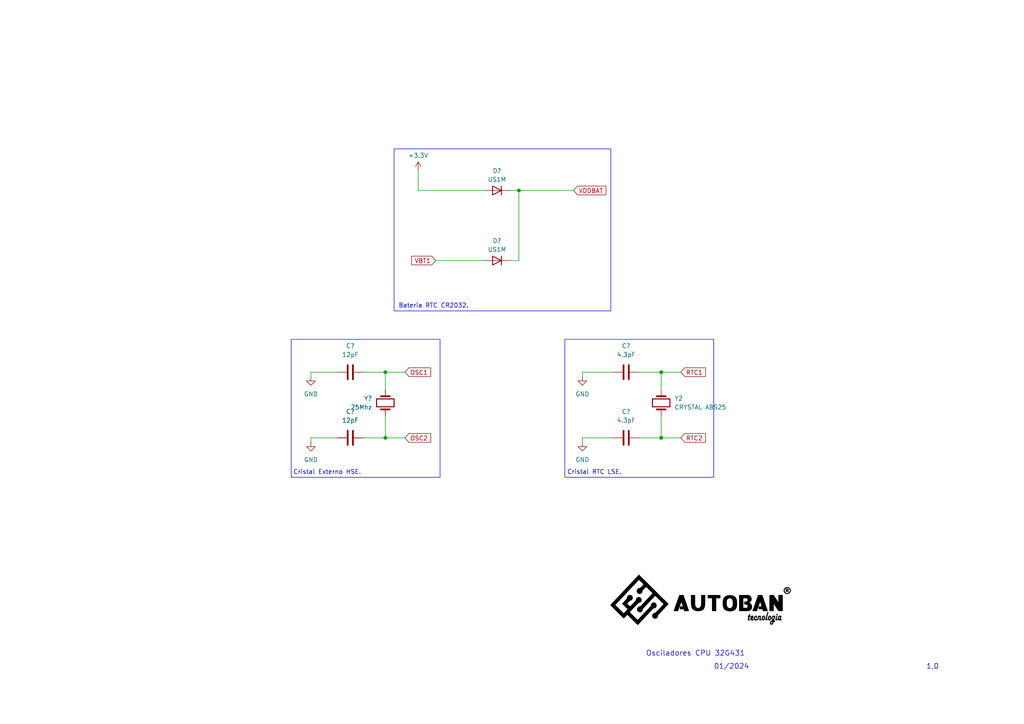
<source format=kicad_sch>
(kicad_sch (version 20230121) (generator eeschema)

  (uuid 72b389e7-98e7-4fdb-995e-af4c6ce73fc8)

  (paper "A4")

  (lib_symbols
    (symbol "Autoban:CRYSTAL ABS25" (pin_numbers hide) (pin_names (offset 1.016) hide) (in_bom yes) (on_board yes)
      (property "Reference" "Y" (at 0 3.81 0)
        (effects (font (size 1.27 1.27)))
      )
      (property "Value" "CRYSTAL ABS25" (at 0 -3.81 0)
        (effects (font (size 1.27 1.27)))
      )
      (property "Footprint" "Autoban:Crystal_SMD_Abracon_ABS25 Vertical" (at 0 0 0)
        (effects (font (size 1.27 1.27)) hide)
      )
      (property "Datasheet" "~" (at 0 0 0)
        (effects (font (size 1.27 1.27)) hide)
      )
      (property "ki_keywords" "quartz ceramic resonator oscillator" (at 0 0 0)
        (effects (font (size 1.27 1.27)) hide)
      )
      (property "ki_description" "Two pin crystal" (at 0 0 0)
        (effects (font (size 1.27 1.27)) hide)
      )
      (property "ki_fp_filters" "Crystal*" (at 0 0 0)
        (effects (font (size 1.27 1.27)) hide)
      )
      (symbol "CRYSTAL ABS25_0_1"
        (rectangle (start -1.143 2.54) (end 1.143 -2.54)
          (stroke (width 0.3048) (type default))
          (fill (type none))
        )
        (polyline
          (pts
            (xy -2.54 0)
            (xy -1.905 0)
          )
          (stroke (width 0) (type default))
          (fill (type none))
        )
        (polyline
          (pts
            (xy -1.905 -1.27)
            (xy -1.905 1.27)
          )
          (stroke (width 0.508) (type default))
          (fill (type none))
        )
        (polyline
          (pts
            (xy 1.905 -1.27)
            (xy 1.905 1.27)
          )
          (stroke (width 0.508) (type default))
          (fill (type none))
        )
        (polyline
          (pts
            (xy 2.54 0)
            (xy 1.905 0)
          )
          (stroke (width 0) (type default))
          (fill (type none))
        )
      )
      (symbol "CRYSTAL ABS25_1_1"
        (pin passive line (at -3.81 0 0) (length 1.27)
          (name "1" (effects (font (size 1.27 1.27))))
          (number "1" (effects (font (size 1.27 1.27))))
        )
        (pin passive line (at 3.81 0 180) (length 1.27)
          (name "2" (effects (font (size 1.27 1.27))))
          (number "2" (effects (font (size 1.27 1.27))))
        )
      )
    )
    (symbol "Device:Crystal" (pin_numbers hide) (pin_names (offset 1.016) hide) (in_bom yes) (on_board yes)
      (property "Reference" "Y" (at 0 3.81 0)
        (effects (font (size 1.27 1.27)))
      )
      (property "Value" "Crystal" (at 0 -3.81 0)
        (effects (font (size 1.27 1.27)))
      )
      (property "Footprint" "" (at 0 0 0)
        (effects (font (size 1.27 1.27)) hide)
      )
      (property "Datasheet" "~" (at 0 0 0)
        (effects (font (size 1.27 1.27)) hide)
      )
      (property "ki_keywords" "quartz ceramic resonator oscillator" (at 0 0 0)
        (effects (font (size 1.27 1.27)) hide)
      )
      (property "ki_description" "Two pin crystal" (at 0 0 0)
        (effects (font (size 1.27 1.27)) hide)
      )
      (property "ki_fp_filters" "Crystal*" (at 0 0 0)
        (effects (font (size 1.27 1.27)) hide)
      )
      (symbol "Crystal_0_1"
        (rectangle (start -1.143 2.54) (end 1.143 -2.54)
          (stroke (width 0.3048) (type default))
          (fill (type none))
        )
        (polyline
          (pts
            (xy -2.54 0)
            (xy -1.905 0)
          )
          (stroke (width 0) (type default))
          (fill (type none))
        )
        (polyline
          (pts
            (xy -1.905 -1.27)
            (xy -1.905 1.27)
          )
          (stroke (width 0.508) (type default))
          (fill (type none))
        )
        (polyline
          (pts
            (xy 1.905 -1.27)
            (xy 1.905 1.27)
          )
          (stroke (width 0.508) (type default))
          (fill (type none))
        )
        (polyline
          (pts
            (xy 2.54 0)
            (xy 1.905 0)
          )
          (stroke (width 0) (type default))
          (fill (type none))
        )
      )
      (symbol "Crystal_1_1"
        (pin passive line (at -3.81 0 0) (length 1.27)
          (name "1" (effects (font (size 1.27 1.27))))
          (number "1" (effects (font (size 1.27 1.27))))
        )
        (pin passive line (at 3.81 0 180) (length 1.27)
          (name "2" (effects (font (size 1.27 1.27))))
          (number "2" (effects (font (size 1.27 1.27))))
        )
      )
    )
    (symbol "Diode:US1M" (pin_numbers hide) (pin_names hide) (in_bom yes) (on_board yes)
      (property "Reference" "D" (at 0 2.54 0)
        (effects (font (size 1.27 1.27)))
      )
      (property "Value" "US1M" (at 0 -2.54 0)
        (effects (font (size 1.27 1.27)))
      )
      (property "Footprint" "Diode_SMD:D_SMA" (at 0 -4.445 0)
        (effects (font (size 1.27 1.27)) hide)
      )
      (property "Datasheet" "https://www.diodes.com/assets/Datasheets/ds16008.pdf" (at 0 0 0)
        (effects (font (size 1.27 1.27)) hide)
      )
      (property "Sim.Device" "D" (at 0 0 0)
        (effects (font (size 1.27 1.27)) hide)
      )
      (property "Sim.Pins" "1=K 2=A" (at 0 0 0)
        (effects (font (size 1.27 1.27)) hide)
      )
      (property "ki_keywords" "Ultra Fast" (at 0 0 0)
        (effects (font (size 1.27 1.27)) hide)
      )
      (property "ki_description" "1000V, 1A, General Purpose Rectifier Diode, SMA(DO-214AC)" (at 0 0 0)
        (effects (font (size 1.27 1.27)) hide)
      )
      (property "ki_fp_filters" "D*SMA*" (at 0 0 0)
        (effects (font (size 1.27 1.27)) hide)
      )
      (symbol "US1M_0_1"
        (polyline
          (pts
            (xy -1.27 1.27)
            (xy -1.27 -1.27)
          )
          (stroke (width 0.254) (type default))
          (fill (type none))
        )
        (polyline
          (pts
            (xy 1.27 0)
            (xy -1.27 0)
          )
          (stroke (width 0) (type default))
          (fill (type none))
        )
        (polyline
          (pts
            (xy 1.27 1.27)
            (xy 1.27 -1.27)
            (xy -1.27 0)
            (xy 1.27 1.27)
          )
          (stroke (width 0.254) (type default))
          (fill (type none))
        )
      )
      (symbol "US1M_1_1"
        (pin passive line (at -3.81 0 0) (length 2.54)
          (name "K" (effects (font (size 1.27 1.27))))
          (number "1" (effects (font (size 1.27 1.27))))
        )
        (pin passive line (at 3.81 0 180) (length 2.54)
          (name "A" (effects (font (size 1.27 1.27))))
          (number "2" (effects (font (size 1.27 1.27))))
        )
      )
    )
    (symbol "PCM_Capacitor_AKL:C_0805" (pin_numbers hide) (pin_names (offset 0.254)) (in_bom yes) (on_board yes)
      (property "Reference" "C" (at 0.635 2.54 0)
        (effects (font (size 1.27 1.27)) (justify left))
      )
      (property "Value" "C_0805" (at 0.635 -2.54 0)
        (effects (font (size 1.27 1.27)) (justify left))
      )
      (property "Footprint" "Capacitor_SMD_AKL:C_0805_2012Metric" (at 0.9652 -3.81 0)
        (effects (font (size 1.27 1.27)) hide)
      )
      (property "Datasheet" "~" (at 0 0 0)
        (effects (font (size 1.27 1.27)) hide)
      )
      (property "ki_keywords" "cap capacitor ceramic chip mlcc smd 0805" (at 0 0 0)
        (effects (font (size 1.27 1.27)) hide)
      )
      (property "ki_description" "SMD 0805 MLCC capacitor, Alternate KiCad Library" (at 0 0 0)
        (effects (font (size 1.27 1.27)) hide)
      )
      (property "ki_fp_filters" "C_*" (at 0 0 0)
        (effects (font (size 1.27 1.27)) hide)
      )
      (symbol "C_0805_0_1"
        (polyline
          (pts
            (xy -2.032 -0.762)
            (xy 2.032 -0.762)
          )
          (stroke (width 0.508) (type default))
          (fill (type none))
        )
        (polyline
          (pts
            (xy -2.032 0.762)
            (xy 2.032 0.762)
          )
          (stroke (width 0.508) (type default))
          (fill (type none))
        )
      )
      (symbol "C_0805_1_1"
        (pin passive line (at 0 3.81 270) (length 2.794)
          (name "~" (effects (font (size 1.27 1.27))))
          (number "1" (effects (font (size 1.27 1.27))))
        )
        (pin passive line (at 0 -3.81 90) (length 2.794)
          (name "~" (effects (font (size 1.27 1.27))))
          (number "2" (effects (font (size 1.27 1.27))))
        )
      )
    )
    (symbol "power:+3.3V" (power) (pin_names (offset 0)) (in_bom yes) (on_board yes)
      (property "Reference" "#PWR" (at 0 -3.81 0)
        (effects (font (size 1.27 1.27)) hide)
      )
      (property "Value" "+3.3V" (at 0 3.556 0)
        (effects (font (size 1.27 1.27)))
      )
      (property "Footprint" "" (at 0 0 0)
        (effects (font (size 1.27 1.27)) hide)
      )
      (property "Datasheet" "" (at 0 0 0)
        (effects (font (size 1.27 1.27)) hide)
      )
      (property "ki_keywords" "global power" (at 0 0 0)
        (effects (font (size 1.27 1.27)) hide)
      )
      (property "ki_description" "Power symbol creates a global label with name \"+3.3V\"" (at 0 0 0)
        (effects (font (size 1.27 1.27)) hide)
      )
      (symbol "+3.3V_0_1"
        (polyline
          (pts
            (xy -0.762 1.27)
            (xy 0 2.54)
          )
          (stroke (width 0) (type default))
          (fill (type none))
        )
        (polyline
          (pts
            (xy 0 0)
            (xy 0 2.54)
          )
          (stroke (width 0) (type default))
          (fill (type none))
        )
        (polyline
          (pts
            (xy 0 2.54)
            (xy 0.762 1.27)
          )
          (stroke (width 0) (type default))
          (fill (type none))
        )
      )
      (symbol "+3.3V_1_1"
        (pin power_in line (at 0 0 90) (length 0) hide
          (name "+3.3V" (effects (font (size 1.27 1.27))))
          (number "1" (effects (font (size 1.27 1.27))))
        )
      )
    )
    (symbol "power:GND" (power) (pin_names (offset 0)) (in_bom yes) (on_board yes)
      (property "Reference" "#PWR" (at 0 -6.35 0)
        (effects (font (size 1.27 1.27)) hide)
      )
      (property "Value" "GND" (at 0 -3.81 0)
        (effects (font (size 1.27 1.27)))
      )
      (property "Footprint" "" (at 0 0 0)
        (effects (font (size 1.27 1.27)) hide)
      )
      (property "Datasheet" "" (at 0 0 0)
        (effects (font (size 1.27 1.27)) hide)
      )
      (property "ki_keywords" "global power" (at 0 0 0)
        (effects (font (size 1.27 1.27)) hide)
      )
      (property "ki_description" "Power symbol creates a global label with name \"GND\" , ground" (at 0 0 0)
        (effects (font (size 1.27 1.27)) hide)
      )
      (symbol "GND_0_1"
        (polyline
          (pts
            (xy 0 0)
            (xy 0 -1.27)
            (xy 1.27 -1.27)
            (xy 0 -2.54)
            (xy -1.27 -1.27)
            (xy 0 -1.27)
          )
          (stroke (width 0) (type default))
          (fill (type none))
        )
      )
      (symbol "GND_1_1"
        (pin power_in line (at 0 0 270) (length 0) hide
          (name "GND" (effects (font (size 1.27 1.27))))
          (number "1" (effects (font (size 1.27 1.27))))
        )
      )
    )
  )

  (junction (at 111.76 127) (diameter 0) (color 0 0 0 0)
    (uuid 4f55d051-d23b-475d-aeb1-c3c6c92410db)
  )
  (junction (at 150.495 55.245) (diameter 0) (color 0 0 0 0)
    (uuid 66fab94d-43c7-4d91-b550-6b469cb79c4b)
  )
  (junction (at 191.77 107.95) (diameter 0) (color 0 0 0 0)
    (uuid 76e1f57f-4f9b-4d38-878e-bf397d4c6bb8)
  )
  (junction (at 191.77 127) (diameter 0) (color 0 0 0 0)
    (uuid bffc2847-5b29-4085-bea3-8886930fb05a)
  )
  (junction (at 111.76 107.95) (diameter 0) (color 0 0 0 0)
    (uuid c81643bb-df66-4705-8ae7-33c6b2c5ea1b)
  )

  (wire (pts (xy 111.76 127) (xy 105.41 127))
    (stroke (width 0) (type default))
    (uuid 004e6aea-9929-4c15-9fc9-8bd623a4d045)
  )
  (wire (pts (xy 197.485 127) (xy 191.77 127))
    (stroke (width 0) (type default))
    (uuid 053a0ddb-4319-4175-8d13-6886d8d2896f)
  )
  (wire (pts (xy 168.91 107.95) (xy 168.91 109.22))
    (stroke (width 0) (type default))
    (uuid 0aee8ae4-9b3d-4f15-95f0-b814dc2169f2)
  )
  (wire (pts (xy 111.76 107.95) (xy 105.41 107.95))
    (stroke (width 0) (type default))
    (uuid 1bf52c62-adb6-4f60-8fec-7c47be8cb49a)
  )
  (wire (pts (xy 147.955 75.565) (xy 150.495 75.565))
    (stroke (width 0) (type default))
    (uuid 1e5f6210-797d-4222-a677-56a6fccdad93)
  )
  (wire (pts (xy 191.77 113.03) (xy 191.77 107.95))
    (stroke (width 0) (type default))
    (uuid 21d04ed6-d55a-43c3-9db0-6bd8c888d892)
  )
  (wire (pts (xy 191.77 127) (xy 185.42 127))
    (stroke (width 0) (type default))
    (uuid 3b5afc84-6e75-4a5b-8d8e-92184ec21ae5)
  )
  (wire (pts (xy 117.475 107.95) (xy 111.76 107.95))
    (stroke (width 0) (type default))
    (uuid 418f7a48-e6bb-4b63-91b9-75740948be2d)
  )
  (wire (pts (xy 121.285 55.245) (xy 140.335 55.245))
    (stroke (width 0) (type default))
    (uuid 44f7eb17-326e-4b87-97f4-45f50978aa00)
  )
  (wire (pts (xy 191.77 107.95) (xy 185.42 107.95))
    (stroke (width 0) (type default))
    (uuid 4a30b60a-dbab-4e4a-9280-80b3dba6af6c)
  )
  (wire (pts (xy 97.79 127) (xy 90.17 127))
    (stroke (width 0) (type default))
    (uuid 504dc2f3-e5ff-4e83-bacd-774295b59279)
  )
  (wire (pts (xy 197.485 107.95) (xy 191.77 107.95))
    (stroke (width 0) (type default))
    (uuid 53544086-6db1-4661-8632-48795ce297b3)
  )
  (wire (pts (xy 111.76 120.65) (xy 111.76 127))
    (stroke (width 0) (type default))
    (uuid 75923918-98f3-4fc6-9964-f16c24740391)
  )
  (wire (pts (xy 90.17 107.95) (xy 90.17 109.22))
    (stroke (width 0) (type default))
    (uuid 87af8f55-3a2a-4a11-8d99-45909a67864c)
  )
  (wire (pts (xy 191.77 120.65) (xy 191.77 127))
    (stroke (width 0) (type default))
    (uuid 9bdf58cf-febe-4f4f-81fd-c4af3472c0b5)
  )
  (wire (pts (xy 150.495 75.565) (xy 150.495 55.245))
    (stroke (width 0) (type default))
    (uuid bb0ebe45-bdbb-4d38-8731-5ebf93336764)
  )
  (wire (pts (xy 177.8 127) (xy 168.91 127))
    (stroke (width 0) (type default))
    (uuid bcef580f-df8e-4322-b18c-c0779b71d7b9)
  )
  (wire (pts (xy 97.79 107.95) (xy 90.17 107.95))
    (stroke (width 0) (type default))
    (uuid c1b19293-1b8d-4003-b5ce-cea602361b0a)
  )
  (wire (pts (xy 111.76 113.03) (xy 111.76 107.95))
    (stroke (width 0) (type default))
    (uuid c4feb6f9-b33d-427e-825a-aad428f6c945)
  )
  (wire (pts (xy 121.285 49.53) (xy 121.285 55.245))
    (stroke (width 0) (type default))
    (uuid cc661705-0ca7-4c2a-98c9-092e97296ad5)
  )
  (wire (pts (xy 168.91 127) (xy 168.91 128.27))
    (stroke (width 0) (type default))
    (uuid d3e539e6-9eb2-4c98-a6bc-6ede6ea0b4f6)
  )
  (wire (pts (xy 150.495 55.245) (xy 166.37 55.245))
    (stroke (width 0) (type default))
    (uuid d4bd91a9-7c45-4eca-929e-163136d8d011)
  )
  (wire (pts (xy 117.475 127) (xy 111.76 127))
    (stroke (width 0) (type default))
    (uuid d55c1105-5952-48da-bfa7-eaef560b2e73)
  )
  (wire (pts (xy 147.955 55.245) (xy 150.495 55.245))
    (stroke (width 0) (type default))
    (uuid d86696a0-7706-4e67-8d1e-38776bc1f71e)
  )
  (wire (pts (xy 126.365 75.565) (xy 140.335 75.565))
    (stroke (width 0) (type default))
    (uuid ea2e532d-a70f-4684-b79c-d1d9d8d2442a)
  )
  (wire (pts (xy 90.17 127) (xy 90.17 128.27))
    (stroke (width 0) (type default))
    (uuid fd568f47-8cd3-4308-8d04-c3ce10cb8b14)
  )
  (wire (pts (xy 177.8 107.95) (xy 168.91 107.95))
    (stroke (width 0) (type default))
    (uuid fec62a5f-9963-479c-86e4-7d41aeb6edf4)
  )

  (rectangle (start 84.455 98.425) (end 127.635 138.43)
    (stroke (width 0) (type default))
    (fill (type none))
    (uuid 059afa9d-e5ec-4a06-9063-15183dcc0646)
  )
  (rectangle (start 114.3 43.18) (end 177.165 90.17)
    (stroke (width 0) (type default))
    (fill (type none))
    (uuid 929938e4-cfbb-498a-9e10-7ccfdfcdad25)
  )
  (rectangle (start 163.83 98.425) (end 207.01 138.43)
    (stroke (width 0) (type default))
    (fill (type none))
    (uuid a293beee-0c94-4206-8cb0-d06a340a276f)
  )

  (image (at 203.2 173.99) (scale 0.453205)
    (uuid ae042d9c-a901-4f32-a3c6-e7957866cd5c)
    (data
      iVBORw0KGgoAAAANSUhEUgAABWAAAAGGCAMAAADCe9hjAAAAA3NCSVQICAjb4U/gAAAABlBMVEX/
      //8AAABVwtN+AAAACXBIWXMAAA50AAAOdAFrJLPWAAAgAElEQVR4nO2d25bkRq5DXf//07PaM2NX
      6hIBkmBISu39Vp0KAGQq4Ha755y//gIAAAAAAAAAAAAASPDz83N1BACA7+SHhgUAaOHnh4YFAOjg
      54eGBQDo4OeHhgUA6ODnh4YFAOjg54eGBQDo4OeHhgUA6GDbrzQsAICHfb/SsAAADo76lYYFAKhz
      3K80LABAlbN+pWEBAGqc9ysNCwBQYlSwNCwAQJ5hv9KwAABpJv1KwwIAJJn2Kw0LAJBC6FcaFgAg
      gdSvNCwAQBixX2lYAIAgcr/SsAAAIQL9SsMCAAQI9SsNCwAgE+xXGhYAQCTcrzQsAIBEol9pWAAA
      gVS/0rAAAHOSBUvDAgBMyPYrDQsAMCbfrzQsAMCISr/SsAAA59T6lYYFADij2q80LADAMfV+pWEB
      AI5w9CsNCwCwx9OvNCwAwBZXv9KwAACf+PqVhgUA+I2zX2lYAIB/UYuThgUAiKHXJg0LABAhUpo0
      LACATqwyaVgAAJVoYdKwAAAi4bqkYQEAJBJlScMCAAikqpKGBQCYkixKGhYAYEK6JmlYAIAhhZZU
      G5aKBYBXUqpIChYA4JRiQ6oNS8UCwOso1yMNCwBwiKEcaVgAgAMs1UjDAgDsMBUjDQsAsMFWizQs
      AMAHxlKkYQEAfmGtRBoWAOAfzIVIwwIA/A97HdKwAAD/xV+GNCwAwB86qpCGBQDo6VcaFgCgq19p
      WACAvhKkYQHg3XRWIA0LAG+mtwBpWAB4L931R8MCwFvpbz8aFgDeyYruo2EB4I2saT4aFgDex6re
      o2EB4G3crl9pWAD4Em7YrzQsAHwFt+xXGhYAvoCb9isNCwDPZ1XbhQuWhgWAh3PffqVhAeDZ3Llf
      aVgAeDL37lcaFgCey937lYYFgKeyrOPyBUvDAsAjeUK/0rAA8ESe0a80LAA8j6f0Kw0LAE/jOf1K
      wwLAs3hSv9KwAPAkntWvNCwAPIen9SsNCwBPYVmp2fqVhgWAZ/DEfqVhAeAJPLNfaVgAeACL6kzv
      TRoWAEY8qAZu16/8/5oFgFOe1QSLqizWmbGnAeAlPK0KFhVZtDGjzwPAC3haFyyqsXhfxk8AwHfz
      uDJYVGKZtsycAYCv5XllsKjCcl2ZOwUAX8nzymBJgak9uTfKngOAr+Ps0t+3DJrrS+3Hc6P8SQD4
      KkYX/p5l0FpeajeOjSpnAeBr0JtidbIzWqtLbcaZUe00AHwFkaZYm+yMzuJSa1Ewqp4HgOcjXPR7
      lUFnbcmtqhjVFQDg2Xxc87Obf6cu6CwttRJFI4cGADyXj1t+fvXv0wWdlaUWomzkUQGAh/Jxx8/v
      /m2qoLOx1DoM+Lh0AOCBfN7wwd2/SRV09pVahiEfnxIAPI3P+z26+vdogsa2Uqsw6OPUAoBH8Xm9
      R1f/Fk3Q2VVqE0Z9vGoA8Bg2t/vjp5PPriyCzqZSezDu49YDgGewudufPw4/vILWnlJrMOHjVwSA
      B7C52p8/Dj+8gNaWUksw5dOhCQA3Z3uzP388+fCqGujtKLUDcz49qgBwZ7b3+vPn8aeraW4otQKT
      Pl26AHBbttf64+fdnb+0BJr7SS3AtE+fMgDck+2tHl/5Kzugu53U/sv7dGoDwA3ZXurxhb+wAtq7
      Sa2/gk+vOgDcje2dHt/26xqgv5nU9qsYNcsDwL3YXunxXb+sABb0klp+JaN2AwC4EdsbPb7rV93/
      Fa2kdl/Nqd8BAG7D9kKPL/tF139JJ6nVV7RaYAEAN2F7n3/9fHDXr7n9axpJbb6q1woPALgF2/v8
      +8fdXb/m8i8qJLX4ylZrXADgBmyu88eP26t+zdVfVEdq79W9FtkAwOVsbvPHj9urfsnNX1VGau0Z
      zFb5AMDFbG7zx0/bm37FxV9XRWrtLfzdsmEqALiQzWXWf1ocr7+I1NZb+dvluhMAXMmoRD8v+gW3
      fmUNqaVn8VtoBQDXMSrRj88uuPRrS2hp6S01A4CrOGzRzWfbxxYnW1NBaztvrRsAXIN4ldff+OUF
      tNaQhgV4A9JVfkG/fvfvmAHgEpSr/IZ+1TwX29GwAA9nepcvuOzXVM9iRxoW4AVM7vJr+nVuu9qP
      hgV4PqPLfMVFv6x2VjvSsAAv4Ow6X3PNLyyd1Y40LMALuNMlv7Zy1jpqsy5cPgA0cJ8rfnXjrDQU
      Z125fgBo4Db3+/q+WeYX6FcaFuDZ3ONy36JtFtmFCpaGBXg2N7jad+maFW6xfqVhAZ7O1df6Zk2z
      /E8ibjI3AHRx4Y1+U8/E+/VbJgeAK3hTy2T69VtmB4D1vKljcv36LdMDwGre1DDZfv2W+QFgLW/q
      l3y/fssGAGAlb2qXSr9+yw4AYB2ubnlCDdX69dajAcANsTTLQ4qo2q/3HKwttVU2riV+JWmSW+nh
      ZmP1uDhU18zvQ/rO1P+3jDee8w/arI/6+v7QFtoqG9cSv5E0ya2ch3PrXTOZFucy1QXDO5G+r3Hm
      Zwz6l+sdvnqKPW2ZrbJxLfELSZPcSs//caabzKan6ZE1aGSCtSEschb5KaPaXuGr59jSl9mqGteS
      vo0CDRvJS99guFiaq2SbJ/ciDDyL/G2zFtdxAX2RrapxLenLKOBeR0n++vGCaa6SbZ3bjDDvLPHX
      DVtdyHr6EltV41rSd1HAuouqgXu4oH0iTJNuWSORqwtpj5V+vdG02qwiVw/zm8bEVtG4ljZZHuMm
      6h7GueLmqTAX6fZNbUcat9avtxlXnFV77DZT/aExsFU0rqVNlse2B4eLaaaUdy5Ll3BVIzNxC/U1
      Ova1Bn1W7cl7TPU3jXmtonEtbbI8pi14fAzzZK2zWbqEixq5mf0YhjWsaw2BWbVH7zHWHzrzWjXj
      WupoWTxLMDk5bHLO6SzXCPeM7GfFqHcZOJbzMWP9jZiWgs3FX2ZlMko4p6O0Kdc0EhM34FihY10r
      CMYUx7p+rr/pTGvVjGupo2UxbMBn5nMKGheitCmXNOIDN+BYoLqtqycOh3zIXH8jfwkdv5VxipVm
      y1FfgNHNaRXxrUS5RLlhYD+W/Tm2tYBMxkcM9jfyl0DBhuMvtTObyb6VJFHl1xSsZX3ysq6dOBfx
      CZNFguayWiXjWvpsOYrTe/3sbqJvKUlQ2fK22kP58SxPX1b4f9GSHy2b0nZuMYEvoeHfFZ1ixeEy
      1IY3GzbYKba1JEFli7Q9lB3T7hzLGinWhoyFtJ5cSeBLoGBD8Vc7tvjNbWtBQsIx7bxGNJQb1+oc
      yxrLVSettaRxtj7EkMmkVsW4VmS4DKXZ3ZY9fjPXapCQsud1dWdy41qcY1dTtSWznrnYhutDjJhN
      ahWMa8Wmi1MZ3e7ZZTg0LQcJKXu03ZnM2PZmWJUi1j9r+Z2vRCwiJswGtQrGtWLTxSlM7vdscxy6
      VnMEhMPiWY1gJi++tRlWJWl1z2q4ZvmIRcR86ZxWwbhWcLww+cEbTBstGws2+E45tM2RvBi3Vt+U
      KHXlrJ752hDjpXNa9eJa0fGi5AdvcO20fGjBJv/bSCySFefSyouSlVqH9UyZjFhFTJeOadWLa0XH
      i5Keu8O11VP/pvqUE+o5jVAiK9aVlRelCzUO6xozFbGKmC2f0qoX1wrPF8S2V4ftFZ6OGLJyRj2l
      EUpkxbqx6p4COpfOahixCzFaPqVVLq4Vny+Gb68G2ys8HTFkZZe6N5ET78KKawrJXDprfcYuxGT5
      kFY5//7M06qye4/QieS/+dbitswek07JZzQigZyY11VcU1OqDtX6kD2IuQoZrXL+9ZmnVWWP9eVT
      7oLVvN2zh5WT8gmNSCAj5m0VtxSUecSswZBlxFiFjFY1//a8w8qyp+LawZNgpWFyloUJwspp/bhG
      JJAP87JqO4rrXDnrXRtW3V0+olXNvzzvsKrqSFo621CwrtYR82eks/pdo5oxr6q4o7jOhbNGcoZE
      i8i7ywdcucNYMn88WXUoLBw+EagNU4iciJ+RTus3jerFvKnahjJC9ll7/oZ0TLSGvLt8wpViIa2G
      eKroTFc431Cwnl1I2XPSBYOoRiCPC/OiagvKCbnDyXrBqFHdPIHlZfOtFAtpNcRTRctVdyLR7Gqa
      Pa+dN4hq6HFcmNdU209SyRxOHjacNa6cI7C7dLyVYiGthniq6FR1KnAs0mzrmb2gXTAIauhxTJi3
      VFtPVsobTh42ETaj3RinEs86qn9t1niipiA6lThUqfoadqEEz2qXHGIaehwP5iWVlpPXsoaTh02l
      zal3pamks07q35o1nqipiE41vqxg+8rjSN+XxoN5RcY/IPAXrFOrEDer35GlFM46qH9p1nhGzZnG
      oU7VeFHutHjJIaQhp7Fg3pC1X90Fa5Sq5c072KOUwlnn9O/MGk+TtP2D3j5MPbaQuqBes4hoyGkc
      XLwho9r6WQuBKx7WILVs1jH9K7PGc0rOVI6Eqs713ELqinzJIqKhhnFg3o+5Xy8pWHnWUuKaiy9H
      LZt1Sv/GrPGskjMZCjbvYAtjwLyeK/t1HtI8azFz1ccUoxbNOqR/YdZ41pCzZAdS1WHKwYXMFfmq
      h66hhqlj3o67X72/gTXPWg5ddzKEKCazzujflzWeN+Qs2uKC9UQuGtQ8dA0xSx3vbqLbMQt6tORZ
      DakdXtUMxWTWEf3rssbzKs6EKNi0hStLGe9q3P9CbxY0z2rJ7XErRSgGs07o35Y1njfjLJq9YMu5
      54mrDlUTVUPMUsa6Gf/fWbX+htg8qym5yy8doJrLOqB/WdZ45oyzbF9WsC13/tjCFKWMcy+y3EV/
      oGuOZsvuc8z5V3NZ5/PvyhrPnHGWzVuwhtjTwAYPy2+TTVGqONciy1n/HUoXdmfzpXd6Juyrsazj
      +VdljWfOOMt2t4Kd5q3Ec7nkNtuCcyuyXF+/DpXd2Zz5va5B83Iq63T+TVnjCYrObM6CdaxhmreQ
      z+aS22wHxp3oci/q12sbNrq9dCrrcP5FWeMJiq3h8sM4tjBzn7PERtKQktTQ0xrlGvu18I/vcDb3
      DH5nCrYjnqBoDbdVyw4T9Umq3MTGNnAJOatT7mX9emHDhteXzmQdzb8mazxB0RrOUrBTk0V/OKoa
      OUwsQUrIUW+tp2mXBQrU0/f61jNZJ/NvyRpPULSGKxfs1CCQWdOqOzlcLEEqqEHvradplwVK1PO3
      2tYjWQfzL8kazx1xFi5ZsFPZVOSgatrKYuMIUkCNeW89TbssUKQ+QaOpIZF1Lv+OrPHcEWfhVhSs
      L6zJzeHiyFFATHlzPU27LFCmPkOfpyGRdSz/iqzx3BFn4RYUrC+ry85jVM+Rx53BPZJzXe5ZM9Sn
      aHC0/bcP61T+DVnjuSPOwvUXrDGr9E55jOroc8dxR3BP5NyWe9Yc9Tn8hspDFi9n8IZVuAWt4boL
      1prV9Q9tOX2FyORB3AncA1l3ZQmXmSI3U1Y/4Wf76zvWmfz7scZzR5yFay5Ya1Ttr0d9f8G6A9jn
      cW7KES4/SWKonHrCTX6qbOZM3rALt6A1XG/BeqNSsJH0Zj1/QEnYoFEbJj5WSjxhpj3mMHMmb9iF
      W9Aa7lG/gxWdDU4GIqN71xSzt0/jXFFdpz5PeLCMdsIr8FjRzJm8YRduQWu49v/I5UtKwQayX6Zn
      raGykmOg8GgZ6bhT6LmamzN6wzLcgtZw9/lbBKqUwTGQPo86dwy3uX0Yp2BZyjNSeLj6dy97WLJY
      x/GvxhrPHXEWrr9g1cCqjsEwlD6L/h1FMHvbZ3EKlqVcQ/WMV/QJPlhxc0ZvWIZb0BpuKyc+PZeN
      JpZlDH6x9ElCX5OK2do+ilOwLOUbq2fAkkv4yYKdM3t8GRSsgCOo752Kpk8R+ppEzM72SZyCZSnn
      YD0jVkzCTxbsnNnjy6BgFeo5fxKP5s3qhL4mDbexexKnXlnKOlnTkHmPSJyynzN7dBXCiG5Ba7hV
      BWvovMSjebM6oa9Jwu5rHsWpVpdyTtY2Ztoh9WzW0Bk+ugthRLegNdyygp3EjgisMKsT+poUGmyt
      s6zX6lVYMmjWIPVs1tAZProLYUS3oDXcuoKtXofkw0m3OqGvSaDF1jiMM59ByxlnpbamHwtTNXSG
      D65CmdAtaA234q9pCblDx4tezyzYJlfbNM58Bi3bXN2z5uTTT6ccnemDu1AmdAtawy0s2OJ/kQg9
      PF5SKn2U0Nc0pc3UNI4zn0NLHavjwueVZf300ylHZ/joMjoknXqzcCsL9jx58GzFSluK4FBKEKXR
      0zKPM9/CPGqktlmTBtE8RUdj+OAqpAHdgtZwyYKV5bXkwbMVK20pgkMpQZBWS8NAznwWLXUm/+1M
      60YMSs8nLH3po8swp/NnnIUrFqzmMY0ePFmxEpeiWOQDBGl2LE/kzOfRUkdSU/XMmnYoPZ+w9KWP
      LsOczp9xFs5RsJLP6Hj4YNpJX4pgkQ8QpNuwOJJzISYtdSI1VsusaYfyiainL35wGe50/oyzcK6C
      FV+99NHigfhSBIt8gBj9fqWZnPtwaakDqbk6Zs1blE9EPX3xg8twp7NnnGUzFmzhX9ztKatJVY+k
      f4wVhhUPZzqTljqOHiykG5HMeJRPRD198YPLcKezZ5xlcxZs+ptOHEs6qadVj6R/kBWOeQ9nNpeW
      Oo2ezD9r3iKTqmhqyx9dh5LuSsHw5kreU7dHFWyxYYebirHCMuvhjGaTUoeRk5nz1TwsZ2IKtvyx
      ZbjD+UPOsnkLNvmPwumh1CtV+eNi3SRjH2eFZ87DGcwnpc4iRzPnK5nkgtVcbfGD22jS9AnOsi0v
      2NzrYToU3YpgkrFPsMI04+GMtVwqIGjOVzLJJavZ2vIH19GkuWxce8Fmfgs7D3lVwZYadrapGCtc
      46M5QznnkyeRFRf1a/K9LgezjdWxHls4v+JM6CEFm5pskFU+qbiE3XOssI3O5oxknU4exC4pqhVs
      suFqtqb8wW1o4S5UnO7tBgU7z3hdwVYadrapKCt8Y8M5A1lnk8fQNa1iJZtsupqvKX90H02irnHv
      WLCuvxCQPKadDdlE3bOsMI5M54xjnUwewp2v/p1nParZXJO1LKhBdNG4B0pV57BjIqN67jRs4KBi
      EzPPs8JZH88YxjuYPIKuac1XM8oHrBl74kf3IaleJzmdl4KdHlR8QuYFVlin501GcWplBjBKavmK
      Rk0vpGc4j0pUtUHS9s9d+zBhS+GAMEcsbOig27zCCu/svIkgTq1sfJ+klq/qdFXBWhbVs5UGye8p
      WCWj8Ewsbeic2bvGCvPswNEYTq10eJ+klq9q1fWHVpb5HBoJ2QZJ24thHyZqqWQUnomljZ3zehdZ
      4Z4cOBbCqVWIbpPU8pWt2v6rgGFCg0RKt0PT9WbYh4laKs8rg4TS2jMGvKussM8NHIng1GqWdear
      W11YsLMZywJZ4Q5N0389sA8T9ZSeFx6KxQ0ec1rXWeGfm1gP4NQqxXZpavnqXqkhpZTlKavn88od
      mnNZQYGCFY8ZrQ2sCJCaWLZ3apVCuzS1fAav1JRSzKpA1b8g3SI601Xm9Rds2FN6XFENxQ0f81k7
      WJEgM7Fq7tRq1rXmq5ulphRz1hTq/vlkLaITYWneI4HaMFFT7XFFNZQ3fMrm7GFFhMzImrVTq1nX
      ms9glhpTTFpSKLtXkrWIjpWl0/6CDZtqj0uykbzxUy5nEysyJEaWjJ1azbrWfA631Jxi1IKGwb2S
      rEd1JC0O7C7YuKn2tKYbyJs4ZXJ2sSREfGbB1qnVrGvN57DLDapmzYpYzCvBelTPtdWBU4ergT8U
      xKdV5Zmd7lvZ6sjYx4oU4ZEFU6dWs641n8UuN6maNiVj8i5tpkf1VL02sX46Scysnik1pGMx4W88
      xooY4Znnlk6tXllrPo9falQ9bkm56F3J1SR7aFCeOCSQIWZWz5Qa0rGZ3LeusyJHdOapoVMrL+uT
      FPN5DFOzBvKWlGvWpVxNsj0Tr3RVn7YZysaO1SS/dp0VQYIzT+2sYklVo6QWz2WYGTaUuCZdcS7F
      6tJtmbjbNFawjkyZIR2ryX7tOiuSBIeeuTm1OvfgVzQ4xqZNJK5JF4xrq+nSbZm42TTzJwR3KdiO
      3yjVWBElNvSN+7Vh6Ihk3TKWLRW5pl0wLqVqE+6YuNcz9ScE1UyJIR1fSPprD7AiS2ho6wV25usY
      OaRZt4yFS4Uuamdti7tpE+6YuNXzJ1iwnkyJIR3LSX/tEZaE8Q3dsMCG+a35fJ6xdLnURfGka3E3
      fcoNEzdabmz1p42moqBjO+lvPcSKNL6Z/ftrmN6az2cajJeMXVRPutYy9Sk3TNxoubHVnzaaioKO
      byT7pQdZEcfmEVjfdf+xv0PT4BmLlw5elc94FiM1SvsnbnPc2epPO101Qcd6Ul94ggV5bA7u9XVM
      3qFpMA3mSyevyicsq8vp1LZP3GS4tw08bvWVBB37yXzdKdoD+fT17UlpOwZvkLS42sI7NGJ0L6dV
      3D1xi9+Rby1mLG/4kGNBSnoPzYmM6vLynHINw4YkPa6+9BaRAO3b6VU3j9xhd2hbShnMGz7kWJAU
      30NvJKO2vDzj74evmtVra4zvUZEprkbI0yzvHdnvdmxbjBkMHD3j2JAW30NnJqeymlMSbBi5QdLk
      axzAJCNSWYuYplvfOrHZ7NS3mjMWOHrGsSIxvwcxUyKUVVeNqSg2DNwg6fJ1TuDSMXmVw7QbOCe2
      eg2My0FDgaNnHDsS85vQMsVTeVXVlIJkw7gNki5j6wg2IVvsWpZ+B+PIRquRsSFpKHHwiGNHan4T
      WqiL/86SGnKu2TBsg6TN2DqDUcqTuphkhYdtZJfRxNeQNJQ4eMRv2Y8UKpjLLalmfFW/OgvW+mpq
      G6lnruZYYuIa2eIzN7ZkDSQOHnF4ygO4kBYRCmYXdP0dDHuuS/+1xGnrnUJbSveqFjlVhtVzlF0k
      Z1daPXLshMNSH8CFtIhAMrNcJKLjPzNGct27Xy8r2HwfhLdQyLDMyJGi5CE72+LKkWMnHJ6BCVxI
      m5CjWcWcCS/LFZJ0ersncefr3dNCu/is0Qxph5CzMfA1BeudwIa0CjGbUcqr2pCrZ1abuX0Uf8TO
      La01DM0aD5CQj1t7M8eTGNytE/jQduEZMDdlWbUhV9esLnP7LE05L/ozlOWGFfeQdtbbnDqcxWHv
      HcGGtAshnUkmKVwO5o/U9oW6jVtnWb+esWmfc9caJd2itzt5OI/F3jqCD2kZ03gWkbT02mCNs34v
      /13Jty+F9wF2iH1h+Nfw5DtWkW0I1jorfAO8CfALsTEGL0pz5+RlG4I1zwoAX4bYGeel0d05aVl/
      ME2RfgWA/yO2xllt9HdOUtYfTFOkXwHgX8TeyP4l5XrppFT9uVaMCvACXnZPxObI/a/sLKUTF/Xn
      WjQqwLfzupsidkfq/0yEaZVBTX+udaMCfDUvvCpie2x3kjxWD+mZJ2nePynAF/PGu5KqSvXQ8l36
      Q91zToAH8srLkqhK9cjyZfoj3XFKgEfy0tsSrkr1wPJt+gPdb0aAp/LW6xKsSvXx5dv05rnliADP
      5bX3JVQkgeJZu09nmDvOB/BoXnxhAlUSqp6VC/VFueV4AA/nzfdF7pJo+SxbqS3IHYcDeD6vvjDh
      WrlZCdly3G80gK/g3TcmXCy3qiFXitsNBvAlvP3KxLvlPkXkynCzsQC+h9dfmXi73KWKXAluNRTA
      V2G8Mw+9efF+uUkZmfzvNBLAd2G8NI+9e/GGuUUdmdzvMxCAlTu8rL5L8+DbF++YGxSSy/sm4wCY
      ucXrars1j75/4ZK5vpJczrcYBsDPLd5X27V59gUM18zVpeTyvcEoAB3c4oX13ZuH38Bw0VxbSzbX
      qwcBaOIWb6zv3jz9Ckab5tJisnleOwZAG/d4ZX0pHn8Ho11zYTX5HC8cAqCTe7yzvhTPv4TBsomy
      OmjHzL4ZAHq5xTtrDPEFlzDYNv+Mu7idjG7xWQGewS1eWmeIO8xTJNg3/4y7tJ+cXolZAZ7APd5a
      a4jrxykTK5x/x13YUFanzKwAD+AWb6357lw9joFQ48T/HyKuCtgybj08wCpu8dbeIsS9yFbOopIy
      uySHBbg593htbxHiZmQrZ0lNuU0Cw/KSwEMYvbmDV/n4o39/cXb04LPjuzO6Tz+ffpuPJo8fS96O
      ZOMs6Cm7hTpqNTjAMs5f3cHbfPbJP782uAenqoe/PLpRvz/aPDNTetAd1frm5J8miXPtwcqKxdwA
      6zh/dQev8+kn//+184sgqGpPf/4DYPvI/sTP6PFbc/AV7cmeyy+hQV6ULMUGWMnpuzt4n08/mV+E
      0Yf7X4xIfTwxlToSvC2H2YVRlHPpLXSIi5qF1ABLOX13B+/z+UfTmzD6cP9rManfD8yldnp35jj9
      fJL5ufwaOqTFvOnMAIs5e3cHb/TgXZ9dheGnc6Op1e5PN8ZPP+eWnuSfDjI7l99Dj7CYNxcZYDkn
      7+7gjR6869OrMPxUkZtYbQtWfPwBnAwwnWN8Lr+IS2VT0gAXcPLuDl7pwcs+uwvap9LTY6tosCdw
      MsNsjsGxwipaRPW0KW2ACzh8dQev9Ohln9wF7VPp6ROnby7Y8/JJHivsokEyFPZpXx28mKM3d/BO
      D9722WXQPpWe/vh5/On2gQPrhzBZb/BYVCas6JzRIw5wBbu39vM9/vj046PNuZ/DD2e/jTz5Xefw
      6c3ZidRfJ4cfd0tH64seywiF9IwjusQBrmD31n6+x4c/7Kv3tMd2qpvfSB4dnjw9NI5+/CB+9iSP
      HZEPkRdbrA6wnt1b+/kLv3/6Ofxoc+zg3ODjxNPbe3Z2Vvv4SSSbZnfsGKOWcUSrOsBqdq/t4K3e
      PPrx01bn5MeTnos8PVZSfwP7yGt68J0kjp1hU/JNaFYHWM3utR281ptnD374OWnM6wv2dN5HkWya
      k+90i0mnMJ9iUZIHWMvutR281ZtHP37a6GxlT23CT589+4qCzf4tiOMv9fhbrqoUplNMivIAS9m9
      t+ev9fbR3z9s3//DZ49swk9Pnj0Jcj5BvyIAAAPTSURBVD7vw0gWzfG3evg1FzUKsyk2ZXmAheze
      28F7ffTs7tjhjwe19vErkae3H07Onjz93IuazH/yvR59z20K9ah1cYCV7N7cwYs9ess3n20f3R8d
      KQ+fnkiHgzyOZP6Tyjr8pjvOO6I6xAEWsnt1By/26DXffLZ9dH/096+Enp48Gw7yPJLxT2vr6Ls2
      n/ZkNYkDrGL/7g5e7MF7Pnt0f/T3r4SeHj87kXr1XT1urbNv23fWFNanDbCI/cs7eLEHb/rmo/nR
      j1/Yfjp8evzsROrdl3X/3R5iPWmK61UGWMP+/RVu2fyj3ZPDX9jdIuXpzScUrMKwHQdtlj0H8G72
      V2NwWYQLeCZy9sDp305Qnx49ef70a6tgVpHH68mdAng7B1djcF3Or9Lmg/1jm6OfP+4eDzy9OXsu
      NR7gNZy24yflMwDw18ENGdye+SenssNLmXx698OR85nUrzPvYrSQ493ETwDAHw7uyOgCnX6yuWSR
      o9GnR3+P7GCgE6XPU69iuJGD3USfB4D/cXRLBjfo7JPtLZOPJp4eFuzBrx9LfR57F8ONzFfKJgE0
      Dq/J4AqdfTK7k6dHDx8fP03BlhmuZLOcyLMA8JvDezK4Q+I1k48ePz5++vCzwUBK4Lcx3Mn8i2CP
      AArHF2VwibR7Jh89fnz89OFng4GUwK9juJQ4V48DcE8Ob8rgFmn3TD06CDG6xUFnJfHrGC0lzNXD
      ANyU46syuEbaRdOO5p4+DHH20Sxyz1afwGgrQa4eBeCunFyVwT06/GB70Y5lT+9l7Olh+R598Pkr
      Z6Jv4+CLzHH1IAD3Reup3x8efbK7acLR9NP/frT/320dn/r8lTPRt3HwHae4eg6AOzMpsYPPDj7Z
      HT+7gCe3Mvb0P4bDQ0f/wJiovguxQCdcPQUA9MAdr0G/AsAnXHUf9CsA/Au33Qv9CgD/g+tuh34F
      gL/hvjdAvwLAX0oVXJ3wkdCvAKAUwdURnwn9CgBc+S7oV4C3w53vg34FeDnc+UboV4BXw6VvhX4F
      eDPc+V7oV4D3cnC5uexW6FeA13Jwt7ntXuhXgLdy3q9cdxcULMBL4TewC6BfAd4JBbsC+hXglZz2
      K/fdCf0K8EYo2DXQrwAvZHu/ufBN0K8A72NzwbnxbdCvAK/jrGAvDfWd0K8Ab+PjknPlW6FfAV4G
      d34h7BrgZXDnF8KuAd4FBbsSVg3wKujXpbBqgFdBvy6FVQO8CQp2Lawa4E3Qr2th1QBvgn5dC6sG
      eBP061pYNcCboF/XwqoB3gVXfiUsGwAAAAAAAAAAAAAAAAAAIMN/AA0Bx0oX6i2oAAAAAElFTkSu
      QmCC
    )
  )

  (text "1,0" (at 268.605 194.31 0)
    (effects (font (size 1.5 1.5)) (justify left bottom))
    (uuid 29ad54a9-0ee8-4604-96fc-87b3e3f33f33)
  )
  (text "Cristal RTC LSE." (at 180.34 137.795 0)
    (effects (font (size 1.27 1.27)) (justify right bottom))
    (uuid 3615b206-9349-4ebe-9f26-61f3ffa926a4)
  )
  (text "01/2024" (at 207.01 194.31 0)
    (effects (font (size 1.5 1.5)) (justify left bottom))
    (uuid 8d81b981-9e3f-4000-9768-1b348da6ad67)
  )
  (text "Bateria RTC CR2032.\n" (at 115.57 89.535 0)
    (effects (font (size 1.27 1.27)) (justify left bottom))
    (uuid a9fc41ab-a085-4bd9-b222-47935bf6eb48)
  )
  (text "Cristal Externo HSE." (at 104.775 137.795 0)
    (effects (font (size 1.27 1.27)) (justify right bottom))
    (uuid b650b403-b7d5-444a-86ea-919d76c8ec36)
  )
  (text "Osciladores CPU 32G431" (at 187.325 190.5 0)
    (effects (font (size 1.5 1.5)) (justify left bottom))
    (uuid f20b2ec3-eb7e-4ab3-ac4c-ad0bb9c84def)
  )

  (global_label "VBT1" (shape input) (at 126.365 75.565 180) (fields_autoplaced)
    (effects (font (size 1.27 1.27)) (justify right))
    (uuid 158cf33a-06ad-4e88-89b3-450e13c421e1)
    (property "Intersheetrefs" "${INTERSHEET_REFS}" (at 118.8441 75.565 0)
      (effects (font (size 1.27 1.27)) (justify right) hide)
    )
  )
  (global_label "VDDBAT" (shape input) (at 166.37 55.245 0) (fields_autoplaced)
    (effects (font (size 1.27 1.27)) (justify left))
    (uuid 22764c94-12d5-42f0-8609-72aa10802498)
    (property "Intersheetrefs" "${INTERSHEET_REFS}" (at 176.31 55.245 0)
      (effects (font (size 1.27 1.27)) (justify left) hide)
    )
  )
  (global_label "OSC2" (shape input) (at 117.475 127 0) (fields_autoplaced)
    (effects (font (size 1.27 1.27)) (justify left))
    (uuid 3cbbacd7-d413-42ff-8544-cd6d3ebc0edd)
    (property "Intersheetrefs" "${INTERSHEET_REFS}" (at 125.4797 127 0)
      (effects (font (size 1.27 1.27)) (justify left) hide)
    )
  )
  (global_label "RTC2" (shape input) (at 197.485 127 0) (fields_autoplaced)
    (effects (font (size 1.27 1.27)) (justify left))
    (uuid 75ac1c0c-2e0c-4e55-b809-a563860e29b5)
    (property "Intersheetrefs" "${INTERSHEET_REFS}" (at 205.1873 127 0)
      (effects (font (size 1.27 1.27)) (justify left) hide)
    )
  )
  (global_label "RTC1" (shape input) (at 197.485 107.95 0) (fields_autoplaced)
    (effects (font (size 1.27 1.27)) (justify left))
    (uuid 97744f7f-4b88-4f5e-86eb-a7ced992e638)
    (property "Intersheetrefs" "${INTERSHEET_REFS}" (at 205.1873 107.95 0)
      (effects (font (size 1.27 1.27)) (justify left) hide)
    )
  )
  (global_label "OSC1" (shape input) (at 117.475 107.95 0) (fields_autoplaced)
    (effects (font (size 1.27 1.27)) (justify left))
    (uuid 9d73de41-91e2-4070-a964-8a14c9189318)
    (property "Intersheetrefs" "${INTERSHEET_REFS}" (at 125.4797 107.95 0)
      (effects (font (size 1.27 1.27)) (justify left) hide)
    )
  )

  (symbol (lib_id "PCM_Capacitor_AKL:C_0805") (at 101.6 127 90) (mirror x) (unit 1)
    (in_bom yes) (on_board yes) (dnp no) (fields_autoplaced)
    (uuid 0355c32e-8b4b-4f60-b870-7f5343db5ec9)
    (property "Reference" "C?" (at 101.6 119.38 90)
      (effects (font (size 1.27 1.27)))
    )
    (property "Value" "12pF" (at 101.6 121.92 90)
      (effects (font (size 1.27 1.27)))
    )
    (property "Footprint" "Capacitor_SMD:C_0805_2012Metric_Pad1.18x1.45mm_HandSolder" (at 105.41 127.9652 0)
      (effects (font (size 1.27 1.27)) hide)
    )
    (property "Datasheet" "~" (at 101.6 127 0)
      (effects (font (size 1.27 1.27)) hide)
    )
    (pin "1" (uuid 55f7a5ef-a93a-4a17-9ef9-0ad152170618))
    (pin "2" (uuid f98a066d-1f94-4422-b980-d5caa9dca5ba))
    (instances
      (project "CPU Stm32"
        (path "/0882ad57-6d26-4cfc-9dea-dd977232d729"
          (reference "C?") (unit 1)
        )
        (path "/0882ad57-6d26-4cfc-9dea-dd977232d729/a7484047-0327-4646-bb8d-d79b1e2bada5"
          (reference "C?") (unit 1)
        )
      )
      (project "CPU Stm32G431"
        (path "/4e4d72d5-dbdc-4a76-9ce2-f5a97f8267d2/a7484047-0327-4646-bb8d-d79b1e2bada5"
          (reference "C2") (unit 1)
        )
      )
    )
  )

  (symbol (lib_id "Diode:US1M") (at 144.145 55.245 180) (unit 1)
    (in_bom yes) (on_board yes) (dnp no) (fields_autoplaced)
    (uuid 0efb40a2-e0bf-466b-8a24-f2d1a3a103d6)
    (property "Reference" "D?" (at 144.145 49.53 0)
      (effects (font (size 1.27 1.27)))
    )
    (property "Value" "US1M" (at 144.145 52.07 0)
      (effects (font (size 1.27 1.27)))
    )
    (property "Footprint" "Diode_SMD:D_SMA" (at 144.145 50.8 0)
      (effects (font (size 1.27 1.27)) hide)
    )
    (property "Datasheet" "https://www.diodes.com/assets/Datasheets/ds16008.pdf" (at 144.145 55.245 0)
      (effects (font (size 1.27 1.27)) hide)
    )
    (property "Sim.Device" "D" (at 144.145 55.245 0)
      (effects (font (size 1.27 1.27)) hide)
    )
    (property "Sim.Pins" "1=K 2=A" (at 144.145 55.245 0)
      (effects (font (size 1.27 1.27)) hide)
    )
    (pin "1" (uuid e8612c1e-1b47-4ed0-bcad-89a161550031))
    (pin "2" (uuid 7d9b5f24-ebbc-40e8-8449-7ada543896b0))
    (instances
      (project "CPU Stm32"
        (path "/0882ad57-6d26-4cfc-9dea-dd977232d729/a7484047-0327-4646-bb8d-d79b1e2bada5"
          (reference "D?") (unit 1)
        )
      )
      (project "CPU Stm32G431"
        (path "/4e4d72d5-dbdc-4a76-9ce2-f5a97f8267d2/a7484047-0327-4646-bb8d-d79b1e2bada5"
          (reference "D1") (unit 1)
        )
      )
    )
  )

  (symbol (lib_id "power:GND") (at 168.91 109.22 0) (mirror y) (unit 1)
    (in_bom yes) (on_board yes) (dnp no) (fields_autoplaced)
    (uuid 205a4f30-b429-472c-9f43-9c0e0b70bc7f)
    (property "Reference" "#PWR?" (at 168.91 115.57 0)
      (effects (font (size 1.27 1.27)) hide)
    )
    (property "Value" "GND" (at 168.91 114.3 0)
      (effects (font (size 1.27 1.27)))
    )
    (property "Footprint" "" (at 168.91 109.22 0)
      (effects (font (size 1.27 1.27)) hide)
    )
    (property "Datasheet" "" (at 168.91 109.22 0)
      (effects (font (size 1.27 1.27)) hide)
    )
    (pin "1" (uuid 271803e4-3bcd-48da-8939-a11fb22526c2))
    (instances
      (project "CPU Stm32"
        (path "/0882ad57-6d26-4cfc-9dea-dd977232d729"
          (reference "#PWR?") (unit 1)
        )
        (path "/0882ad57-6d26-4cfc-9dea-dd977232d729/a7484047-0327-4646-bb8d-d79b1e2bada5"
          (reference "#PWR?") (unit 1)
        )
      )
      (project "CPU Stm32G431"
        (path "/4e4d72d5-dbdc-4a76-9ce2-f5a97f8267d2/a7484047-0327-4646-bb8d-d79b1e2bada5"
          (reference "#PWR04") (unit 1)
        )
      )
    )
  )

  (symbol (lib_id "power:GND") (at 90.17 109.22 0) (mirror y) (unit 1)
    (in_bom yes) (on_board yes) (dnp no) (fields_autoplaced)
    (uuid 439495b9-e10e-4d04-b607-e588aa9e9420)
    (property "Reference" "#PWR?" (at 90.17 115.57 0)
      (effects (font (size 1.27 1.27)) hide)
    )
    (property "Value" "GND" (at 90.17 114.3 0)
      (effects (font (size 1.27 1.27)))
    )
    (property "Footprint" "" (at 90.17 109.22 0)
      (effects (font (size 1.27 1.27)) hide)
    )
    (property "Datasheet" "" (at 90.17 109.22 0)
      (effects (font (size 1.27 1.27)) hide)
    )
    (pin "1" (uuid 913e2862-957d-4636-a44b-0700bf3208fd))
    (instances
      (project "CPU Stm32"
        (path "/0882ad57-6d26-4cfc-9dea-dd977232d729"
          (reference "#PWR?") (unit 1)
        )
        (path "/0882ad57-6d26-4cfc-9dea-dd977232d729/a7484047-0327-4646-bb8d-d79b1e2bada5"
          (reference "#PWR?") (unit 1)
        )
      )
      (project "CPU Stm32G431"
        (path "/4e4d72d5-dbdc-4a76-9ce2-f5a97f8267d2/a7484047-0327-4646-bb8d-d79b1e2bada5"
          (reference "#PWR01") (unit 1)
        )
      )
    )
  )

  (symbol (lib_id "Device:Crystal") (at 111.76 116.84 90) (mirror x) (unit 1)
    (in_bom yes) (on_board yes) (dnp no) (fields_autoplaced)
    (uuid 685a8c64-b887-48b6-8288-e9866e345fd2)
    (property "Reference" "Y?" (at 107.95 115.57 90)
      (effects (font (size 1.27 1.27)) (justify left))
    )
    (property "Value" "25Mhz" (at 107.95 118.11 90)
      (effects (font (size 1.27 1.27)) (justify left))
    )
    (property "Footprint" "Crystal:Crystal_HC49-4H_Vertical" (at 111.76 116.84 0)
      (effects (font (size 1.27 1.27)) hide)
    )
    (property "Datasheet" "~" (at 111.76 116.84 0)
      (effects (font (size 1.27 1.27)) hide)
    )
    (pin "1" (uuid 6301b02d-9295-45f0-afd6-be30e6d64b89))
    (pin "2" (uuid 70972806-3f2e-4200-8ad2-72fdad5a4c8e))
    (instances
      (project "CPU Stm32"
        (path "/0882ad57-6d26-4cfc-9dea-dd977232d729"
          (reference "Y?") (unit 1)
        )
        (path "/0882ad57-6d26-4cfc-9dea-dd977232d729/a7484047-0327-4646-bb8d-d79b1e2bada5"
          (reference "Y?") (unit 1)
        )
      )
      (project "CPU Stm32G431"
        (path "/4e4d72d5-dbdc-4a76-9ce2-f5a97f8267d2/a7484047-0327-4646-bb8d-d79b1e2bada5"
          (reference "Y1") (unit 1)
        )
      )
    )
  )

  (symbol (lib_id "PCM_Capacitor_AKL:C_0805") (at 181.61 107.95 90) (mirror x) (unit 1)
    (in_bom yes) (on_board yes) (dnp no) (fields_autoplaced)
    (uuid 7e5e138e-5e2d-465d-90b9-8c9c6901889b)
    (property "Reference" "C?" (at 181.61 100.33 90)
      (effects (font (size 1.27 1.27)))
    )
    (property "Value" "4.3pF" (at 181.61 102.87 90)
      (effects (font (size 1.27 1.27)))
    )
    (property "Footprint" "Capacitor_SMD:C_0805_2012Metric_Pad1.18x1.45mm_HandSolder" (at 185.42 108.9152 0)
      (effects (font (size 1.27 1.27)) hide)
    )
    (property "Datasheet" "~" (at 181.61 107.95 0)
      (effects (font (size 1.27 1.27)) hide)
    )
    (pin "1" (uuid 16862c5c-a956-42b0-b358-57e2ead16064))
    (pin "2" (uuid 4bf0b718-caee-466f-823f-13b1d5045eb3))
    (instances
      (project "CPU Stm32"
        (path "/0882ad57-6d26-4cfc-9dea-dd977232d729"
          (reference "C?") (unit 1)
        )
        (path "/0882ad57-6d26-4cfc-9dea-dd977232d729/a7484047-0327-4646-bb8d-d79b1e2bada5"
          (reference "C?") (unit 1)
        )
      )
      (project "CPU Stm32G431"
        (path "/4e4d72d5-dbdc-4a76-9ce2-f5a97f8267d2/a7484047-0327-4646-bb8d-d79b1e2bada5"
          (reference "C3") (unit 1)
        )
      )
    )
  )

  (symbol (lib_id "power:+3.3V") (at 121.285 49.53 0) (unit 1)
    (in_bom yes) (on_board yes) (dnp no) (fields_autoplaced)
    (uuid 8aaf1681-f438-4380-866a-fc742ff0c028)
    (property "Reference" "#PWR?" (at 121.285 53.34 0)
      (effects (font (size 1.27 1.27)) hide)
    )
    (property "Value" "+3.3V" (at 121.285 45.085 0)
      (effects (font (size 1.27 1.27)))
    )
    (property "Footprint" "" (at 121.285 49.53 0)
      (effects (font (size 1.27 1.27)) hide)
    )
    (property "Datasheet" "" (at 121.285 49.53 0)
      (effects (font (size 1.27 1.27)) hide)
    )
    (pin "1" (uuid 3892560e-d36a-4508-9bbe-a778c5493b15))
    (instances
      (project "CPU Stm32"
        (path "/0882ad57-6d26-4cfc-9dea-dd977232d729"
          (reference "#PWR?") (unit 1)
        )
        (path "/0882ad57-6d26-4cfc-9dea-dd977232d729/a7484047-0327-4646-bb8d-d79b1e2bada5"
          (reference "#PWR?") (unit 1)
        )
      )
      (project "CPU Stm32G431"
        (path "/4e4d72d5-dbdc-4a76-9ce2-f5a97f8267d2/a7484047-0327-4646-bb8d-d79b1e2bada5"
          (reference "#PWR03") (unit 1)
        )
      )
    )
  )

  (symbol (lib_id "PCM_Capacitor_AKL:C_0805") (at 101.6 107.95 90) (mirror x) (unit 1)
    (in_bom yes) (on_board yes) (dnp no) (fields_autoplaced)
    (uuid 8cae7466-6af5-4b5d-9d5c-5b9b6a8ffa05)
    (property "Reference" "C?" (at 101.6 100.33 90)
      (effects (font (size 1.27 1.27)))
    )
    (property "Value" "12pF" (at 101.6 102.87 90)
      (effects (font (size 1.27 1.27)))
    )
    (property "Footprint" "Capacitor_SMD:C_0805_2012Metric_Pad1.18x1.45mm_HandSolder" (at 105.41 108.9152 0)
      (effects (font (size 1.27 1.27)) hide)
    )
    (property "Datasheet" "~" (at 101.6 107.95 0)
      (effects (font (size 1.27 1.27)) hide)
    )
    (pin "1" (uuid a351314f-afec-4283-8b46-8104cf774859))
    (pin "2" (uuid 3ecc8b24-69ef-4e02-8729-edd4c2669ff6))
    (instances
      (project "CPU Stm32"
        (path "/0882ad57-6d26-4cfc-9dea-dd977232d729"
          (reference "C?") (unit 1)
        )
        (path "/0882ad57-6d26-4cfc-9dea-dd977232d729/a7484047-0327-4646-bb8d-d79b1e2bada5"
          (reference "C?") (unit 1)
        )
      )
      (project "CPU Stm32G431"
        (path "/4e4d72d5-dbdc-4a76-9ce2-f5a97f8267d2/a7484047-0327-4646-bb8d-d79b1e2bada5"
          (reference "C1") (unit 1)
        )
      )
    )
  )

  (symbol (lib_id "Autoban:CRYSTAL ABS25") (at 191.77 116.84 270) (unit 1)
    (in_bom yes) (on_board yes) (dnp no) (fields_autoplaced)
    (uuid 8ee7234d-8864-40f5-8a6b-d27318692580)
    (property "Reference" "Y2" (at 195.58 115.57 90)
      (effects (font (size 1.27 1.27)) (justify left))
    )
    (property "Value" "CRYSTAL ABS25" (at 195.58 118.11 90)
      (effects (font (size 1.27 1.27)) (justify left))
    )
    (property "Footprint" "Autoban:Crystal_SMD_Abracon_ABS25 Vertical" (at 191.77 116.84 0)
      (effects (font (size 1.27 1.27)) hide)
    )
    (property "Datasheet" "~" (at 191.77 116.84 0)
      (effects (font (size 1.27 1.27)) hide)
    )
    (pin "1" (uuid 23711bfd-c9f4-483d-aed6-73326dd0e4b3))
    (pin "2" (uuid d7682f9b-b1fc-417a-ad27-1cd9eb10d934))
    (instances
      (project "CPU Stm32G431"
        (path "/4e4d72d5-dbdc-4a76-9ce2-f5a97f8267d2/a7484047-0327-4646-bb8d-d79b1e2bada5"
          (reference "Y2") (unit 1)
        )
      )
    )
  )

  (symbol (lib_id "PCM_Capacitor_AKL:C_0805") (at 181.61 127 90) (mirror x) (unit 1)
    (in_bom yes) (on_board yes) (dnp no) (fields_autoplaced)
    (uuid 8f154497-b694-4892-b64f-c9e7f4ac74fe)
    (property "Reference" "C?" (at 181.61 119.38 90)
      (effects (font (size 1.27 1.27)))
    )
    (property "Value" "4.3pF" (at 181.61 121.92 90)
      (effects (font (size 1.27 1.27)))
    )
    (property "Footprint" "Capacitor_SMD:C_0805_2012Metric_Pad1.18x1.45mm_HandSolder" (at 185.42 127.9652 0)
      (effects (font (size 1.27 1.27)) hide)
    )
    (property "Datasheet" "~" (at 181.61 127 0)
      (effects (font (size 1.27 1.27)) hide)
    )
    (pin "1" (uuid 643ab2dd-aa0b-464b-b454-b88ad4ab477a))
    (pin "2" (uuid 15c8950b-b04d-4caf-a1c0-cdbb6aa90b64))
    (instances
      (project "CPU Stm32"
        (path "/0882ad57-6d26-4cfc-9dea-dd977232d729"
          (reference "C?") (unit 1)
        )
        (path "/0882ad57-6d26-4cfc-9dea-dd977232d729/a7484047-0327-4646-bb8d-d79b1e2bada5"
          (reference "C?") (unit 1)
        )
      )
      (project "CPU Stm32G431"
        (path "/4e4d72d5-dbdc-4a76-9ce2-f5a97f8267d2/a7484047-0327-4646-bb8d-d79b1e2bada5"
          (reference "C4") (unit 1)
        )
      )
    )
  )

  (symbol (lib_id "power:GND") (at 168.91 128.27 0) (mirror y) (unit 1)
    (in_bom yes) (on_board yes) (dnp no) (fields_autoplaced)
    (uuid 91078e4a-52c8-49dc-a0f6-98c46caafdc9)
    (property "Reference" "#PWR?" (at 168.91 134.62 0)
      (effects (font (size 1.27 1.27)) hide)
    )
    (property "Value" "GND" (at 168.91 133.35 0)
      (effects (font (size 1.27 1.27)))
    )
    (property "Footprint" "" (at 168.91 128.27 0)
      (effects (font (size 1.27 1.27)) hide)
    )
    (property "Datasheet" "" (at 168.91 128.27 0)
      (effects (font (size 1.27 1.27)) hide)
    )
    (pin "1" (uuid 3943b396-3491-4976-9a89-d5898b890f63))
    (instances
      (project "CPU Stm32"
        (path "/0882ad57-6d26-4cfc-9dea-dd977232d729"
          (reference "#PWR?") (unit 1)
        )
        (path "/0882ad57-6d26-4cfc-9dea-dd977232d729/a7484047-0327-4646-bb8d-d79b1e2bada5"
          (reference "#PWR?") (unit 1)
        )
      )
      (project "CPU Stm32G431"
        (path "/4e4d72d5-dbdc-4a76-9ce2-f5a97f8267d2/a7484047-0327-4646-bb8d-d79b1e2bada5"
          (reference "#PWR05") (unit 1)
        )
      )
    )
  )

  (symbol (lib_id "power:GND") (at 90.17 128.27 0) (mirror y) (unit 1)
    (in_bom yes) (on_board yes) (dnp no) (fields_autoplaced)
    (uuid 928a651a-eaee-4c75-aa05-b16429a5022c)
    (property "Reference" "#PWR?" (at 90.17 134.62 0)
      (effects (font (size 1.27 1.27)) hide)
    )
    (property "Value" "GND" (at 90.17 133.35 0)
      (effects (font (size 1.27 1.27)))
    )
    (property "Footprint" "" (at 90.17 128.27 0)
      (effects (font (size 1.27 1.27)) hide)
    )
    (property "Datasheet" "" (at 90.17 128.27 0)
      (effects (font (size 1.27 1.27)) hide)
    )
    (pin "1" (uuid cc523495-7ac9-4c38-92f4-72019d43aace))
    (instances
      (project "CPU Stm32"
        (path "/0882ad57-6d26-4cfc-9dea-dd977232d729"
          (reference "#PWR?") (unit 1)
        )
        (path "/0882ad57-6d26-4cfc-9dea-dd977232d729/a7484047-0327-4646-bb8d-d79b1e2bada5"
          (reference "#PWR?") (unit 1)
        )
      )
      (project "CPU Stm32G431"
        (path "/4e4d72d5-dbdc-4a76-9ce2-f5a97f8267d2/a7484047-0327-4646-bb8d-d79b1e2bada5"
          (reference "#PWR02") (unit 1)
        )
      )
    )
  )

  (symbol (lib_id "Diode:US1M") (at 144.145 75.565 180) (unit 1)
    (in_bom yes) (on_board yes) (dnp no) (fields_autoplaced)
    (uuid a260843b-9189-4996-9ba8-9e7a9272e188)
    (property "Reference" "D?" (at 144.145 69.85 0)
      (effects (font (size 1.27 1.27)))
    )
    (property "Value" "US1M" (at 144.145 72.39 0)
      (effects (font (size 1.27 1.27)))
    )
    (property "Footprint" "Diode_SMD:D_SMA" (at 144.145 71.12 0)
      (effects (font (size 1.27 1.27)) hide)
    )
    (property "Datasheet" "https://www.diodes.com/assets/Datasheets/ds16008.pdf" (at 144.145 75.565 0)
      (effects (font (size 1.27 1.27)) hide)
    )
    (property "Sim.Device" "D" (at 144.145 75.565 0)
      (effects (font (size 1.27 1.27)) hide)
    )
    (property "Sim.Pins" "1=K 2=A" (at 144.145 75.565 0)
      (effects (font (size 1.27 1.27)) hide)
    )
    (pin "1" (uuid 4cb0831a-398e-4a16-bba7-ac4d20a4d573))
    (pin "2" (uuid b7daf225-8745-49e2-bcdf-42a143971dd7))
    (instances
      (project "CPU Stm32"
        (path "/0882ad57-6d26-4cfc-9dea-dd977232d729/a7484047-0327-4646-bb8d-d79b1e2bada5"
          (reference "D?") (unit 1)
        )
      )
      (project "CPU Stm32G431"
        (path "/4e4d72d5-dbdc-4a76-9ce2-f5a97f8267d2/a7484047-0327-4646-bb8d-d79b1e2bada5"
          (reference "D2") (unit 1)
        )
      )
    )
  )
)

</source>
